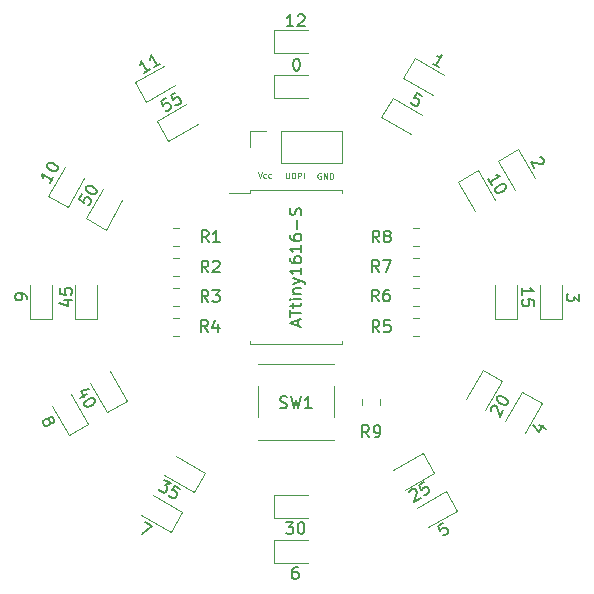
<source format=gbr>
%TF.GenerationSoftware,KiCad,Pcbnew,(6.0.8)*%
%TF.CreationDate,2022-10-14T21:05:54+02:00*%
%TF.ProjectId,Horloge,486f726c-6f67-4652-9e6b-696361645f70,rev?*%
%TF.SameCoordinates,Original*%
%TF.FileFunction,Legend,Top*%
%TF.FilePolarity,Positive*%
%FSLAX46Y46*%
G04 Gerber Fmt 4.6, Leading zero omitted, Abs format (unit mm)*
G04 Created by KiCad (PCBNEW (6.0.8)) date 2022-10-14 21:05:54*
%MOMM*%
%LPD*%
G01*
G04 APERTURE LIST*
%ADD10C,0.125000*%
%ADD11C,0.150000*%
%ADD12C,0.120000*%
G04 APERTURE END LIST*
D10*
X154504106Y-86061432D02*
X154456487Y-86037622D01*
X154385059Y-86037622D01*
X154313630Y-86061432D01*
X154266011Y-86109051D01*
X154242201Y-86156670D01*
X154218392Y-86251908D01*
X154218392Y-86323336D01*
X154242201Y-86418574D01*
X154266011Y-86466193D01*
X154313630Y-86513812D01*
X154385059Y-86537622D01*
X154432678Y-86537622D01*
X154504106Y-86513812D01*
X154527916Y-86490003D01*
X154527916Y-86323336D01*
X154432678Y-86323336D01*
X154742201Y-86537622D02*
X154742201Y-86037622D01*
X155027916Y-86537622D01*
X155027916Y-86037622D01*
X155266011Y-86537622D02*
X155266011Y-86037622D01*
X155385059Y-86037622D01*
X155456487Y-86061432D01*
X155504106Y-86109051D01*
X155527916Y-86156670D01*
X155551725Y-86251908D01*
X155551725Y-86323336D01*
X155527916Y-86418574D01*
X155504106Y-86466193D01*
X155456487Y-86513812D01*
X155385059Y-86537622D01*
X155266011Y-86537622D01*
X151522647Y-86000996D02*
X151522647Y-86405758D01*
X151546456Y-86453377D01*
X151570266Y-86477186D01*
X151617885Y-86500996D01*
X151713123Y-86500996D01*
X151760742Y-86477186D01*
X151784552Y-86453377D01*
X151808361Y-86405758D01*
X151808361Y-86000996D01*
X152046456Y-86500996D02*
X152046456Y-86000996D01*
X152165504Y-86000996D01*
X152236932Y-86024806D01*
X152284552Y-86072425D01*
X152308361Y-86120044D01*
X152332171Y-86215282D01*
X152332171Y-86286710D01*
X152308361Y-86381948D01*
X152284552Y-86429567D01*
X152236932Y-86477186D01*
X152165504Y-86500996D01*
X152046456Y-86500996D01*
X152546456Y-86500996D02*
X152546456Y-86000996D01*
X152736932Y-86000996D01*
X152784552Y-86024806D01*
X152808361Y-86048615D01*
X152832171Y-86096234D01*
X152832171Y-86167663D01*
X152808361Y-86215282D01*
X152784552Y-86239091D01*
X152736932Y-86262901D01*
X152546456Y-86262901D01*
X153046456Y-86500996D02*
X153046456Y-86000996D01*
X149162060Y-85946055D02*
X149328727Y-86446055D01*
X149495394Y-85946055D01*
X149876346Y-86422245D02*
X149828727Y-86446055D01*
X149733489Y-86446055D01*
X149685870Y-86422245D01*
X149662060Y-86398436D01*
X149638251Y-86350817D01*
X149638251Y-86207960D01*
X149662060Y-86160341D01*
X149685870Y-86136531D01*
X149733489Y-86112722D01*
X149828727Y-86112722D01*
X149876346Y-86136531D01*
X150304918Y-86422245D02*
X150257299Y-86446055D01*
X150162060Y-86446055D01*
X150114441Y-86422245D01*
X150090632Y-86398436D01*
X150066822Y-86350817D01*
X150066822Y-86207960D01*
X150090632Y-86160341D01*
X150114441Y-86136531D01*
X150162060Y-86112722D01*
X150257299Y-86112722D01*
X150304918Y-86136531D01*
D11*
%TO.C,20*%
X168896110Y-106174086D02*
X168878680Y-106109037D01*
X168885060Y-106002749D01*
X169004107Y-105796552D01*
X169092966Y-105737883D01*
X169158014Y-105720454D01*
X169264303Y-105726833D01*
X169346781Y-105774452D01*
X169446690Y-105887120D01*
X169655847Y-106667706D01*
X169965371Y-106131595D01*
X169408869Y-105095484D02*
X169456488Y-105013006D01*
X169545347Y-104954337D01*
X169610395Y-104936907D01*
X169716684Y-104943286D01*
X169905450Y-104997285D01*
X170111647Y-105116333D01*
X170252795Y-105252810D01*
X170311464Y-105341669D01*
X170328893Y-105406717D01*
X170322514Y-105513006D01*
X170274895Y-105595484D01*
X170186036Y-105654153D01*
X170120987Y-105671583D01*
X170014699Y-105665203D01*
X169825933Y-105611205D01*
X169619736Y-105492157D01*
X169478588Y-105355680D01*
X169419919Y-105266821D01*
X169402489Y-105201772D01*
X169408869Y-105095484D01*
%TO.C,25*%
X162006847Y-113054998D02*
X162024277Y-112989950D01*
X162082946Y-112901091D01*
X162289143Y-112782044D01*
X162395431Y-112775664D01*
X162460479Y-112793094D01*
X162549338Y-112851763D01*
X162596957Y-112934241D01*
X162627146Y-113081769D01*
X162417989Y-113862355D01*
X162954100Y-113552831D01*
X163237647Y-112234425D02*
X162825254Y-112472520D01*
X163022109Y-112908722D01*
X163039539Y-112843674D01*
X163098208Y-112754815D01*
X163304405Y-112635768D01*
X163410693Y-112629388D01*
X163475742Y-112646818D01*
X163564600Y-112705487D01*
X163683648Y-112911683D01*
X163690028Y-113017971D01*
X163672598Y-113083020D01*
X163613929Y-113171879D01*
X163407732Y-113290926D01*
X163301444Y-113297306D01*
X163236395Y-113279876D01*
%TO.C,R4*%
X144946756Y-99499376D02*
X144613423Y-99023186D01*
X144375327Y-99499376D02*
X144375327Y-98499376D01*
X144756280Y-98499376D01*
X144851518Y-98546996D01*
X144899137Y-98594615D01*
X144946756Y-98689853D01*
X144946756Y-98832710D01*
X144899137Y-98927948D01*
X144851518Y-98975567D01*
X144756280Y-99023186D01*
X144375327Y-99023186D01*
X145803899Y-98832710D02*
X145803899Y-99499376D01*
X145565803Y-98451757D02*
X145327708Y-99166043D01*
X145946756Y-99166043D01*
%TO.C,1*%
X164509722Y-77077018D02*
X164014850Y-76791304D01*
X164262286Y-76934161D02*
X164762286Y-76068135D01*
X164608379Y-76144234D01*
X164478281Y-76179094D01*
X164371993Y-76172714D01*
%TO.C,55*%
X141364641Y-79699407D02*
X140952248Y-79937502D01*
X141149104Y-80373705D01*
X141166534Y-80308656D01*
X141225203Y-80219798D01*
X141431400Y-80100750D01*
X141537688Y-80094370D01*
X141602737Y-80111800D01*
X141691595Y-80170469D01*
X141810643Y-80376666D01*
X141817022Y-80482954D01*
X141799593Y-80548003D01*
X141740924Y-80636861D01*
X141534727Y-80755909D01*
X141428439Y-80762288D01*
X141363390Y-80744859D01*
X142189428Y-79223217D02*
X141777035Y-79461312D01*
X141973890Y-79897514D01*
X141991320Y-79832466D01*
X142049989Y-79743607D01*
X142256186Y-79624560D01*
X142362474Y-79618180D01*
X142427523Y-79635610D01*
X142516381Y-79694279D01*
X142635429Y-79900475D01*
X142641809Y-80006763D01*
X142624379Y-80071812D01*
X142565710Y-80160671D01*
X142359513Y-80279718D01*
X142253225Y-80286098D01*
X142188176Y-80268668D01*
%TO.C,0*%
X152399516Y-76364626D02*
X152494755Y-76364626D01*
X152589993Y-76412246D01*
X152637612Y-76459865D01*
X152685231Y-76555103D01*
X152732850Y-76745579D01*
X152732850Y-76983674D01*
X152685231Y-77174150D01*
X152637612Y-77269388D01*
X152589993Y-77317007D01*
X152494755Y-77364626D01*
X152399516Y-77364626D01*
X152304278Y-77317007D01*
X152256659Y-77269388D01*
X152209040Y-77174150D01*
X152161421Y-76983674D01*
X152161421Y-76745579D01*
X152209040Y-76555103D01*
X152256659Y-76459865D01*
X152304278Y-76412246D01*
X152399516Y-76364626D01*
%TO.C,U1*%
X152566666Y-98956190D02*
X152566666Y-98480000D01*
X152852380Y-99051428D02*
X151852380Y-98718095D01*
X152852380Y-98384761D01*
X151852380Y-98194285D02*
X151852380Y-97622857D01*
X152852380Y-97908571D02*
X151852380Y-97908571D01*
X152185714Y-97432380D02*
X152185714Y-97051428D01*
X151852380Y-97289523D02*
X152709523Y-97289523D01*
X152804761Y-97241904D01*
X152852380Y-97146666D01*
X152852380Y-97051428D01*
X152852380Y-96718095D02*
X152185714Y-96718095D01*
X151852380Y-96718095D02*
X151900000Y-96765714D01*
X151947619Y-96718095D01*
X151900000Y-96670476D01*
X151852380Y-96718095D01*
X151947619Y-96718095D01*
X152185714Y-96241904D02*
X152852380Y-96241904D01*
X152280952Y-96241904D02*
X152233333Y-96194285D01*
X152185714Y-96099047D01*
X152185714Y-95956190D01*
X152233333Y-95860952D01*
X152328571Y-95813333D01*
X152852380Y-95813333D01*
X152185714Y-95432380D02*
X152852380Y-95194285D01*
X152185714Y-94956190D02*
X152852380Y-95194285D01*
X153090476Y-95289523D01*
X153138095Y-95337142D01*
X153185714Y-95432380D01*
X152852380Y-94051428D02*
X152852380Y-94622857D01*
X152852380Y-94337142D02*
X151852380Y-94337142D01*
X151995238Y-94432380D01*
X152090476Y-94527619D01*
X152138095Y-94622857D01*
X151852380Y-93194285D02*
X151852380Y-93384761D01*
X151900000Y-93480000D01*
X151947619Y-93527619D01*
X152090476Y-93622857D01*
X152280952Y-93670476D01*
X152661904Y-93670476D01*
X152757142Y-93622857D01*
X152804761Y-93575238D01*
X152852380Y-93480000D01*
X152852380Y-93289523D01*
X152804761Y-93194285D01*
X152757142Y-93146666D01*
X152661904Y-93099047D01*
X152423809Y-93099047D01*
X152328571Y-93146666D01*
X152280952Y-93194285D01*
X152233333Y-93289523D01*
X152233333Y-93480000D01*
X152280952Y-93575238D01*
X152328571Y-93622857D01*
X152423809Y-93670476D01*
X152852380Y-92146666D02*
X152852380Y-92718095D01*
X152852380Y-92432380D02*
X151852380Y-92432380D01*
X151995238Y-92527619D01*
X152090476Y-92622857D01*
X152138095Y-92718095D01*
X151852380Y-91289523D02*
X151852380Y-91480000D01*
X151900000Y-91575238D01*
X151947619Y-91622857D01*
X152090476Y-91718095D01*
X152280952Y-91765714D01*
X152661904Y-91765714D01*
X152757142Y-91718095D01*
X152804761Y-91670476D01*
X152852380Y-91575238D01*
X152852380Y-91384761D01*
X152804761Y-91289523D01*
X152757142Y-91241904D01*
X152661904Y-91194285D01*
X152423809Y-91194285D01*
X152328571Y-91241904D01*
X152280952Y-91289523D01*
X152233333Y-91384761D01*
X152233333Y-91575238D01*
X152280952Y-91670476D01*
X152328571Y-91718095D01*
X152423809Y-91765714D01*
X152471428Y-90765714D02*
X152471428Y-90003809D01*
X152804761Y-89575238D02*
X152852380Y-89432380D01*
X152852380Y-89194285D01*
X152804761Y-89099047D01*
X152757142Y-89051428D01*
X152661904Y-89003809D01*
X152566666Y-89003809D01*
X152471428Y-89051428D01*
X152423809Y-89099047D01*
X152376190Y-89194285D01*
X152328571Y-89384761D01*
X152280952Y-89480000D01*
X152233333Y-89527619D01*
X152138095Y-89575238D01*
X152042857Y-89575238D01*
X151947619Y-89527619D01*
X151900000Y-89480000D01*
X151852380Y-89384761D01*
X151852380Y-89146666D01*
X151900000Y-89003809D01*
%TO.C,50*%
X134273931Y-87843461D02*
X134035836Y-88255854D01*
X134424419Y-88535188D01*
X134406989Y-88470139D01*
X134413369Y-88363851D01*
X134532417Y-88157655D01*
X134621275Y-88098986D01*
X134686324Y-88081556D01*
X134792612Y-88087935D01*
X134998809Y-88206983D01*
X135057478Y-88295841D01*
X135074907Y-88360890D01*
X135068528Y-88467178D01*
X134949480Y-88673375D01*
X134860622Y-88732044D01*
X134795573Y-88749474D01*
X134607264Y-87266110D02*
X134654883Y-87183632D01*
X134743742Y-87124963D01*
X134808790Y-87107533D01*
X134915079Y-87113912D01*
X135103845Y-87167911D01*
X135310042Y-87286959D01*
X135451190Y-87423436D01*
X135509859Y-87512295D01*
X135527288Y-87577343D01*
X135520909Y-87683632D01*
X135473290Y-87766110D01*
X135384431Y-87824779D01*
X135319382Y-87842209D01*
X135213094Y-87835829D01*
X135024328Y-87781831D01*
X134818131Y-87662783D01*
X134676983Y-87526306D01*
X134618314Y-87437447D01*
X134600884Y-87372398D01*
X134607264Y-87266110D01*
%TO.C,R2*%
X144977308Y-94454473D02*
X144643975Y-93978283D01*
X144405879Y-94454473D02*
X144405879Y-93454473D01*
X144786832Y-93454473D01*
X144882070Y-93502093D01*
X144929689Y-93549712D01*
X144977308Y-93644950D01*
X144977308Y-93787807D01*
X144929689Y-93883045D01*
X144882070Y-93930664D01*
X144786832Y-93978283D01*
X144405879Y-93978283D01*
X145358260Y-93549712D02*
X145405879Y-93502093D01*
X145501117Y-93454473D01*
X145739213Y-93454473D01*
X145834451Y-93502093D01*
X145882070Y-93549712D01*
X145929689Y-93644950D01*
X145929689Y-93740188D01*
X145882070Y-93883045D01*
X145310641Y-94454473D01*
X145929689Y-94454473D01*
%TO.C,5*%
X164821418Y-115659057D02*
X164409024Y-115897152D01*
X164605880Y-116333355D01*
X164623310Y-116268306D01*
X164681979Y-116179448D01*
X164888176Y-116060400D01*
X164994464Y-116054020D01*
X165059513Y-116071450D01*
X165148371Y-116130119D01*
X165267419Y-116336316D01*
X165273798Y-116442604D01*
X165256369Y-116507652D01*
X165197700Y-116596511D01*
X164991503Y-116715558D01*
X164885215Y-116721938D01*
X164820166Y-116704508D01*
%TO.C,35*%
X141258655Y-112003672D02*
X141794766Y-112313195D01*
X141315614Y-112476443D01*
X141439332Y-112547872D01*
X141498001Y-112636730D01*
X141515431Y-112701779D01*
X141509052Y-112808067D01*
X141390004Y-113014264D01*
X141301146Y-113072933D01*
X141236097Y-113090362D01*
X141129809Y-113083983D01*
X140882373Y-112941126D01*
X140823704Y-112852267D01*
X140806274Y-112787218D01*
X142578313Y-112765576D02*
X142165920Y-112527481D01*
X141886585Y-112916065D01*
X141951634Y-112898635D01*
X142057922Y-112905015D01*
X142264118Y-113024062D01*
X142322788Y-113112921D01*
X142340217Y-113177969D01*
X142333838Y-113284258D01*
X142214790Y-113490454D01*
X142125932Y-113549123D01*
X142060883Y-113566553D01*
X141954595Y-113560173D01*
X141748398Y-113441126D01*
X141689729Y-113352267D01*
X141672299Y-113287218D01*
%TO.C,R6*%
X159406789Y-96902185D02*
X159073456Y-96425995D01*
X158835360Y-96902185D02*
X158835360Y-95902185D01*
X159216313Y-95902185D01*
X159311551Y-95949805D01*
X159359170Y-95997424D01*
X159406789Y-96092662D01*
X159406789Y-96235519D01*
X159359170Y-96330757D01*
X159311551Y-96378376D01*
X159216313Y-96425995D01*
X158835360Y-96425995D01*
X160263932Y-95902185D02*
X160073456Y-95902185D01*
X159978217Y-95949805D01*
X159930598Y-95997424D01*
X159835360Y-96140281D01*
X159787741Y-96330757D01*
X159787741Y-96711709D01*
X159835360Y-96806947D01*
X159882979Y-96854566D01*
X159978217Y-96902185D01*
X160168694Y-96902185D01*
X160263932Y-96854566D01*
X160311551Y-96806947D01*
X160359170Y-96711709D01*
X160359170Y-96473614D01*
X160311551Y-96378376D01*
X160263932Y-96330757D01*
X160168694Y-96283138D01*
X159978217Y-96283138D01*
X159882979Y-96330757D01*
X159835360Y-96378376D01*
X159787741Y-96473614D01*
%TO.C,45*%
X132755714Y-96805714D02*
X133422380Y-96805714D01*
X132374761Y-97043809D02*
X133089047Y-97281904D01*
X133089047Y-96662857D01*
X132422380Y-95805714D02*
X132422380Y-96281904D01*
X132898571Y-96329523D01*
X132850952Y-96281904D01*
X132803333Y-96186666D01*
X132803333Y-95948571D01*
X132850952Y-95853333D01*
X132898571Y-95805714D01*
X132993809Y-95758095D01*
X133231904Y-95758095D01*
X133327142Y-95805714D01*
X133374761Y-95853333D01*
X133422380Y-95948571D01*
X133422380Y-96186666D01*
X133374761Y-96281904D01*
X133327142Y-96329523D01*
%TO.C,40*%
X134690189Y-104713032D02*
X134112839Y-105046365D01*
X134901056Y-104316359D02*
X134163419Y-104467305D01*
X134472943Y-105003416D01*
X135336007Y-105164955D02*
X135383626Y-105247433D01*
X135390006Y-105353721D01*
X135372576Y-105418770D01*
X135313907Y-105507629D01*
X135172759Y-105644106D01*
X134966563Y-105763154D01*
X134777796Y-105817152D01*
X134671508Y-105823532D01*
X134606459Y-105806102D01*
X134517601Y-105747433D01*
X134469982Y-105664955D01*
X134463602Y-105558667D01*
X134481032Y-105493618D01*
X134539701Y-105404759D01*
X134680849Y-105268282D01*
X134887045Y-105149234D01*
X135075812Y-105095236D01*
X135182100Y-105088856D01*
X135247149Y-105106286D01*
X135336007Y-105164955D01*
%TO.C,8*%
X131461471Y-106958399D02*
X131455091Y-106852111D01*
X131472521Y-106787062D01*
X131531190Y-106698204D01*
X131572429Y-106674394D01*
X131678717Y-106668014D01*
X131743766Y-106685444D01*
X131832624Y-106744113D01*
X131927863Y-106909071D01*
X131934242Y-107015359D01*
X131916813Y-107080408D01*
X131858143Y-107169266D01*
X131816904Y-107193075D01*
X131710616Y-107199455D01*
X131645567Y-107182025D01*
X131556709Y-107123356D01*
X131461471Y-106958399D01*
X131372612Y-106899730D01*
X131307564Y-106882300D01*
X131201275Y-106888680D01*
X131036318Y-106983918D01*
X130977649Y-107072776D01*
X130960219Y-107137825D01*
X130966599Y-107244113D01*
X131061837Y-107409071D01*
X131150696Y-107467740D01*
X131215744Y-107485169D01*
X131322032Y-107478790D01*
X131486990Y-107383552D01*
X131545659Y-107294693D01*
X131563089Y-107229644D01*
X131556709Y-107123356D01*
%TO.C,R3*%
X144981853Y-96954831D02*
X144648520Y-96478641D01*
X144410424Y-96954831D02*
X144410424Y-95954831D01*
X144791377Y-95954831D01*
X144886615Y-96002451D01*
X144934234Y-96050070D01*
X144981853Y-96145308D01*
X144981853Y-96288165D01*
X144934234Y-96383403D01*
X144886615Y-96431022D01*
X144791377Y-96478641D01*
X144410424Y-96478641D01*
X145315186Y-95954831D02*
X145934234Y-95954831D01*
X145600900Y-96335784D01*
X145743758Y-96335784D01*
X145838996Y-96383403D01*
X145886615Y-96431022D01*
X145934234Y-96526260D01*
X145934234Y-96764355D01*
X145886615Y-96859593D01*
X145838996Y-96907212D01*
X145743758Y-96954831D01*
X145458043Y-96954831D01*
X145362805Y-96907212D01*
X145315186Y-96859593D01*
%TO.C,11*%
X140037911Y-77245206D02*
X139543039Y-77530920D01*
X139790475Y-77388063D02*
X139290475Y-76522038D01*
X139279425Y-76693375D01*
X139244565Y-76823472D01*
X139185896Y-76912331D01*
X140862697Y-76769016D02*
X140367825Y-77054730D01*
X140615261Y-76911873D02*
X140115261Y-76045847D01*
X140104211Y-76217184D01*
X140069351Y-76347282D01*
X140010682Y-76436140D01*
%TO.C,7*%
X139656570Y-115611438D02*
X140233920Y-115944771D01*
X139362766Y-116596511D01*
%TO.C,R9*%
X158583333Y-108402380D02*
X158250000Y-107926190D01*
X158011904Y-108402380D02*
X158011904Y-107402380D01*
X158392857Y-107402380D01*
X158488095Y-107450000D01*
X158535714Y-107497619D01*
X158583333Y-107592857D01*
X158583333Y-107735714D01*
X158535714Y-107830952D01*
X158488095Y-107878571D01*
X158392857Y-107926190D01*
X158011904Y-107926190D01*
X159059523Y-108402380D02*
X159250000Y-108402380D01*
X159345238Y-108354761D01*
X159392857Y-108307142D01*
X159488095Y-108164285D01*
X159535714Y-107973809D01*
X159535714Y-107592857D01*
X159488095Y-107497619D01*
X159440476Y-107450000D01*
X159345238Y-107402380D01*
X159154761Y-107402380D01*
X159059523Y-107450000D01*
X159011904Y-107497619D01*
X158964285Y-107592857D01*
X158964285Y-107830952D01*
X159011904Y-107926190D01*
X159059523Y-107973809D01*
X159154761Y-108021428D01*
X159345238Y-108021428D01*
X159440476Y-107973809D01*
X159488095Y-107926190D01*
X159535714Y-107830952D01*
%TO.C,R5*%
X159459435Y-99516924D02*
X159126102Y-99040734D01*
X158888006Y-99516924D02*
X158888006Y-98516924D01*
X159268959Y-98516924D01*
X159364197Y-98564544D01*
X159411816Y-98612163D01*
X159459435Y-98707401D01*
X159459435Y-98850258D01*
X159411816Y-98945496D01*
X159364197Y-98993115D01*
X159268959Y-99040734D01*
X158888006Y-99040734D01*
X160364197Y-98516924D02*
X159888006Y-98516924D01*
X159840387Y-98993115D01*
X159888006Y-98945496D01*
X159983244Y-98897877D01*
X160221340Y-98897877D01*
X160316578Y-98945496D01*
X160364197Y-98993115D01*
X160411816Y-99088353D01*
X160411816Y-99326448D01*
X160364197Y-99421686D01*
X160316578Y-99469305D01*
X160221340Y-99516924D01*
X159983244Y-99516924D01*
X159888006Y-99469305D01*
X159840387Y-99421686D01*
%TO.C,3*%
X176340425Y-96248526D02*
X176340425Y-96867574D01*
X175959472Y-96534240D01*
X175959472Y-96677098D01*
X175911853Y-96772336D01*
X175864234Y-96819955D01*
X175768996Y-96867574D01*
X175530901Y-96867574D01*
X175435663Y-96819955D01*
X175388044Y-96772336D01*
X175340425Y-96677098D01*
X175340425Y-96391383D01*
X175388044Y-96296145D01*
X175435663Y-96248526D01*
%TO.C,10*%
X131867348Y-86351841D02*
X131581634Y-86846713D01*
X131724491Y-86599277D02*
X130858465Y-86099277D01*
X130934564Y-86253184D01*
X130969424Y-86383282D01*
X130963044Y-86489570D01*
X131310846Y-85315730D02*
X131358465Y-85233252D01*
X131447324Y-85174583D01*
X131512372Y-85157153D01*
X131618661Y-85163532D01*
X131807427Y-85217531D01*
X132013624Y-85336579D01*
X132154772Y-85473056D01*
X132213441Y-85561915D01*
X132230870Y-85626963D01*
X132224491Y-85733252D01*
X132176872Y-85815730D01*
X132088013Y-85874399D01*
X132022964Y-85891829D01*
X131916676Y-85885449D01*
X131727910Y-85831451D01*
X131521713Y-85712403D01*
X131380565Y-85575926D01*
X131321896Y-85487067D01*
X131304466Y-85422018D01*
X131310846Y-85315730D01*
%TO.C,30*%
X151546289Y-115595633D02*
X152165336Y-115595633D01*
X151832003Y-115976586D01*
X151974860Y-115976586D01*
X152070098Y-116024205D01*
X152117717Y-116071824D01*
X152165336Y-116167062D01*
X152165336Y-116405157D01*
X152117717Y-116500395D01*
X152070098Y-116548014D01*
X151974860Y-116595633D01*
X151689146Y-116595633D01*
X151593908Y-116548014D01*
X151546289Y-116500395D01*
X152784384Y-115595633D02*
X152879622Y-115595633D01*
X152974860Y-115643253D01*
X153022479Y-115690872D01*
X153070098Y-115786110D01*
X153117717Y-115976586D01*
X153117717Y-116214681D01*
X153070098Y-116405157D01*
X153022479Y-116500395D01*
X152974860Y-116548014D01*
X152879622Y-116595633D01*
X152784384Y-116595633D01*
X152689146Y-116548014D01*
X152641527Y-116500395D01*
X152593908Y-116405157D01*
X152546289Y-116214681D01*
X152546289Y-115976586D01*
X152593908Y-115786110D01*
X152641527Y-115690872D01*
X152689146Y-115643253D01*
X152784384Y-115595633D01*
%TO.C,R8*%
X159459435Y-91918387D02*
X159126102Y-91442197D01*
X158888006Y-91918387D02*
X158888006Y-90918387D01*
X159268959Y-90918387D01*
X159364197Y-90966007D01*
X159411816Y-91013626D01*
X159459435Y-91108864D01*
X159459435Y-91251721D01*
X159411816Y-91346959D01*
X159364197Y-91394578D01*
X159268959Y-91442197D01*
X158888006Y-91442197D01*
X160030863Y-91346959D02*
X159935625Y-91299340D01*
X159888006Y-91251721D01*
X159840387Y-91156483D01*
X159840387Y-91108864D01*
X159888006Y-91013626D01*
X159935625Y-90966007D01*
X160030863Y-90918387D01*
X160221340Y-90918387D01*
X160316578Y-90966007D01*
X160364197Y-91013626D01*
X160411816Y-91108864D01*
X160411816Y-91156483D01*
X160364197Y-91251721D01*
X160316578Y-91299340D01*
X160221340Y-91346959D01*
X160030863Y-91346959D01*
X159935625Y-91394578D01*
X159888006Y-91442197D01*
X159840387Y-91537435D01*
X159840387Y-91727911D01*
X159888006Y-91823149D01*
X159935625Y-91870768D01*
X160030863Y-91918387D01*
X160221340Y-91918387D01*
X160316578Y-91870768D01*
X160364197Y-91823149D01*
X160411816Y-91727911D01*
X160411816Y-91537435D01*
X160364197Y-91442197D01*
X160316578Y-91394578D01*
X160221340Y-91346959D01*
%TO.C,12*%
X152174248Y-73614951D02*
X151602820Y-73614951D01*
X151888534Y-73614951D02*
X151888534Y-72614951D01*
X151793296Y-72757809D01*
X151698058Y-72853047D01*
X151602820Y-72900666D01*
X152555201Y-72710190D02*
X152602820Y-72662571D01*
X152698058Y-72614951D01*
X152936153Y-72614951D01*
X153031391Y-72662571D01*
X153079010Y-72710190D01*
X153126629Y-72805428D01*
X153126629Y-72900666D01*
X153079010Y-73043523D01*
X152507582Y-73614951D01*
X153126629Y-73614951D01*
%TO.C,6*%
X152530540Y-119407029D02*
X152340064Y-119407029D01*
X152244825Y-119454649D01*
X152197206Y-119502268D01*
X152101968Y-119645125D01*
X152054349Y-119835601D01*
X152054349Y-120216553D01*
X152101968Y-120311791D01*
X152149587Y-120359410D01*
X152244825Y-120407029D01*
X152435302Y-120407029D01*
X152530540Y-120359410D01*
X152578159Y-120311791D01*
X152625778Y-120216553D01*
X152625778Y-119978458D01*
X152578159Y-119883220D01*
X152530540Y-119835601D01*
X152435302Y-119787982D01*
X152244825Y-119787982D01*
X152149587Y-119835601D01*
X152101968Y-119883220D01*
X152054349Y-119978458D01*
%TO.C,4*%
X172948168Y-107354630D02*
X173525518Y-107687964D01*
X172499206Y-107370351D02*
X172998748Y-107933690D01*
X173308271Y-107397579D01*
%TO.C,2*%
X173088317Y-84694387D02*
X173153366Y-84711817D01*
X173242224Y-84770486D01*
X173361272Y-84976683D01*
X173367651Y-85082971D01*
X173350222Y-85148020D01*
X173291552Y-85236878D01*
X173209074Y-85284497D01*
X173061546Y-85314686D01*
X172280960Y-85105529D01*
X172590484Y-85641640D01*
%TO.C,5*%
X163063886Y-79538541D02*
X162651492Y-79300446D01*
X162372158Y-79689029D01*
X162437207Y-79671600D01*
X162543495Y-79677979D01*
X162749691Y-79797027D01*
X162808361Y-79885885D01*
X162825790Y-79950934D01*
X162819411Y-80057222D01*
X162700363Y-80263419D01*
X162611505Y-80322088D01*
X162546456Y-80339518D01*
X162440168Y-80333138D01*
X162233971Y-80214090D01*
X162175302Y-80125232D01*
X162157872Y-80060183D01*
%TO.C,R7*%
X159441886Y-94410286D02*
X159108553Y-93934096D01*
X158870457Y-94410286D02*
X158870457Y-93410286D01*
X159251410Y-93410286D01*
X159346648Y-93457906D01*
X159394267Y-93505525D01*
X159441886Y-93600763D01*
X159441886Y-93743620D01*
X159394267Y-93838858D01*
X159346648Y-93886477D01*
X159251410Y-93934096D01*
X158870457Y-93934096D01*
X159775219Y-93410286D02*
X160441886Y-93410286D01*
X160013314Y-94410286D01*
%TO.C,10*%
X168964404Y-87023963D02*
X168678690Y-86529091D01*
X168821547Y-86776527D02*
X169687572Y-86276527D01*
X169516235Y-86265477D01*
X169386138Y-86230617D01*
X169297279Y-86171948D01*
X170139953Y-87060074D02*
X170187572Y-87142552D01*
X170193952Y-87248840D01*
X170176522Y-87313889D01*
X170117853Y-87402748D01*
X169976705Y-87539225D01*
X169770509Y-87658273D01*
X169581742Y-87712271D01*
X169475454Y-87718651D01*
X169410405Y-87701221D01*
X169321547Y-87642552D01*
X169273928Y-87560074D01*
X169267548Y-87453786D01*
X169284978Y-87388737D01*
X169343647Y-87299878D01*
X169484795Y-87163401D01*
X169690991Y-87044353D01*
X169879758Y-86990355D01*
X169986046Y-86983975D01*
X170051095Y-87001405D01*
X170139953Y-87060074D01*
%TO.C,9*%
X129612380Y-96710476D02*
X129612380Y-96520000D01*
X129564761Y-96424761D01*
X129517142Y-96377142D01*
X129374285Y-96281904D01*
X129183809Y-96234285D01*
X128802857Y-96234285D01*
X128707619Y-96281904D01*
X128660000Y-96329523D01*
X128612380Y-96424761D01*
X128612380Y-96615238D01*
X128660000Y-96710476D01*
X128707619Y-96758095D01*
X128802857Y-96805714D01*
X129040952Y-96805714D01*
X129136190Y-96758095D01*
X129183809Y-96710476D01*
X129231428Y-96615238D01*
X129231428Y-96424761D01*
X129183809Y-96329523D01*
X129136190Y-96281904D01*
X129040952Y-96234285D01*
%TO.C,15*%
X171538671Y-96355016D02*
X171538671Y-95783588D01*
X171538671Y-96069302D02*
X172538671Y-96069302D01*
X172395813Y-95974064D01*
X172300575Y-95878826D01*
X172252956Y-95783588D01*
X172538671Y-97259778D02*
X172538671Y-96783588D01*
X172062480Y-96735969D01*
X172110099Y-96783588D01*
X172157718Y-96878826D01*
X172157718Y-97116921D01*
X172110099Y-97212159D01*
X172062480Y-97259778D01*
X171967242Y-97307397D01*
X171729147Y-97307397D01*
X171633909Y-97259778D01*
X171586290Y-97212159D01*
X171538671Y-97116921D01*
X171538671Y-96878826D01*
X171586290Y-96783588D01*
X171633909Y-96735969D01*
%TO.C,SW1*%
X151066666Y-105904533D02*
X151209523Y-105952152D01*
X151447619Y-105952152D01*
X151542857Y-105904533D01*
X151590476Y-105856914D01*
X151638095Y-105761676D01*
X151638095Y-105666438D01*
X151590476Y-105571200D01*
X151542857Y-105523581D01*
X151447619Y-105475962D01*
X151257142Y-105428343D01*
X151161904Y-105380724D01*
X151114285Y-105333105D01*
X151066666Y-105237867D01*
X151066666Y-105142629D01*
X151114285Y-105047391D01*
X151161904Y-104999772D01*
X151257142Y-104952152D01*
X151495238Y-104952152D01*
X151638095Y-104999772D01*
X151971428Y-104952152D02*
X152209523Y-105952152D01*
X152400000Y-105237867D01*
X152590476Y-105952152D01*
X152828571Y-104952152D01*
X153733333Y-105952152D02*
X153161904Y-105952152D01*
X153447619Y-105952152D02*
X153447619Y-104952152D01*
X153352380Y-105095010D01*
X153257142Y-105190248D01*
X153161904Y-105237867D01*
%TO.C,R1*%
X144994857Y-91892379D02*
X144661524Y-91416189D01*
X144423428Y-91892379D02*
X144423428Y-90892379D01*
X144804381Y-90892379D01*
X144899619Y-90939999D01*
X144947238Y-90987618D01*
X144994857Y-91082856D01*
X144994857Y-91225713D01*
X144947238Y-91320951D01*
X144899619Y-91368570D01*
X144804381Y-91416189D01*
X144423428Y-91416189D01*
X145947238Y-91892379D02*
X145375809Y-91892379D01*
X145661524Y-91892379D02*
X145661524Y-90892379D01*
X145566285Y-91035237D01*
X145471047Y-91130475D01*
X145375809Y-91178094D01*
D12*
%TO.C,20*%
X168438041Y-106124231D02*
X169868041Y-103647399D01*
X169868041Y-103647399D02*
X168205273Y-102687399D01*
X168205273Y-102687399D02*
X166775273Y-105164231D01*
%TO.C,25*%
X163130557Y-109767177D02*
X160653725Y-111197177D01*
X164090557Y-111429945D02*
X163130557Y-109767177D01*
X161613725Y-112859945D02*
X164090557Y-111429945D01*
%TO.C,R4*%
X142012936Y-99795000D02*
X142467064Y-99795000D01*
X142012936Y-98325000D02*
X142467064Y-98325000D01*
%TO.C,1*%
X162449773Y-76319257D02*
X161489773Y-77982025D01*
X164926605Y-77749257D02*
X162449773Y-76319257D01*
X161489773Y-77982025D02*
X163966605Y-79412025D01*
%TO.C,55*%
X141600553Y-83287064D02*
X144077385Y-81857064D01*
X143117385Y-80194296D02*
X140640553Y-81624296D01*
X140640553Y-81624296D02*
X141600553Y-83287064D01*
%TO.C,0*%
X150540000Y-79700000D02*
X153400000Y-79700000D01*
X153400000Y-77780000D02*
X150540000Y-77780000D01*
X150540000Y-77780000D02*
X150540000Y-79700000D01*
%TO.C,U1*%
X152400000Y-100490000D02*
X148540000Y-100490000D01*
X148540000Y-87470000D02*
X148540000Y-87705000D01*
X148540000Y-87705000D02*
X146725000Y-87705000D01*
X156260000Y-100490000D02*
X156260000Y-100255000D01*
X152400000Y-87470000D02*
X148540000Y-87470000D01*
X152400000Y-100490000D02*
X156260000Y-100490000D01*
X156260000Y-87470000D02*
X156260000Y-87705000D01*
X148540000Y-100490000D02*
X148540000Y-100255000D01*
X152400000Y-87470000D02*
X156260000Y-87470000D01*
%TO.C,50*%
X134617037Y-89870765D02*
X136279805Y-90830765D01*
X136047037Y-87393933D02*
X134617037Y-89870765D01*
X136279805Y-90830765D02*
X137709805Y-88353933D01*
%TO.C,R2*%
X142012936Y-94715000D02*
X142467064Y-94715000D01*
X142012936Y-93245000D02*
X142467064Y-93245000D01*
%TO.C,5*%
X166047566Y-114614970D02*
X165087566Y-112952202D01*
X163570734Y-116044970D02*
X166047566Y-114614970D01*
X165087566Y-112952202D02*
X162610734Y-114382202D01*
%TO.C,35*%
X144697377Y-111412754D02*
X142220545Y-109982754D01*
X141260545Y-111645522D02*
X143737377Y-113075522D01*
X143737377Y-113075522D02*
X144697377Y-111412754D01*
%TO.C,R6*%
X162787064Y-95785000D02*
X162332936Y-95785000D01*
X162787064Y-97255000D02*
X162332936Y-97255000D01*
%TO.C,45*%
X133660000Y-95520000D02*
X133660000Y-98380000D01*
X135580000Y-98380000D02*
X135580000Y-95520000D01*
X133660000Y-98380000D02*
X135580000Y-98380000D01*
%TO.C,40*%
X136431245Y-106261359D02*
X138094013Y-105301359D01*
X135001245Y-103784527D02*
X136431245Y-106261359D01*
X138094013Y-105301359D02*
X136664013Y-102824527D01*
%TO.C,8*%
X131720942Y-105742814D02*
X133150942Y-108219646D01*
X134813710Y-107259646D02*
X133383710Y-104782814D01*
X133150942Y-108219646D02*
X134813710Y-107259646D01*
%TO.C,R3*%
X142012936Y-95785000D02*
X142467064Y-95785000D01*
X142012936Y-97255000D02*
X142467064Y-97255000D01*
%TO.C,11*%
X138758164Y-78373859D02*
X139718164Y-80036627D01*
X139718164Y-80036627D02*
X142194996Y-78606627D01*
X141234996Y-76943859D02*
X138758164Y-78373859D01*
%TO.C,7*%
X142740254Y-114752063D02*
X140263422Y-113322063D01*
X139303422Y-114984831D02*
X141780254Y-116414831D01*
X141780254Y-116414831D02*
X142740254Y-114752063D01*
%TO.C,R9*%
X159485000Y-105182936D02*
X159485000Y-105637064D01*
X158015000Y-105182936D02*
X158015000Y-105637064D01*
%TO.C,R5*%
X162787064Y-99795000D02*
X162332936Y-99795000D01*
X162787064Y-98325000D02*
X162332936Y-98325000D01*
%TO.C,3*%
X173030000Y-98380000D02*
X174950000Y-98380000D01*
X174950000Y-98380000D02*
X174950000Y-95520000D01*
X173030000Y-95520000D02*
X173030000Y-98380000D01*
%TO.C,10*%
X133063735Y-88946463D02*
X134493735Y-86469631D01*
X132830967Y-85509631D02*
X131400967Y-87986463D01*
X131400967Y-87986463D02*
X133063735Y-88946463D01*
%TO.C,30*%
X153400000Y-113340000D02*
X150540000Y-113340000D01*
X150540000Y-113340000D02*
X150540000Y-115260000D01*
X150540000Y-115260000D02*
X153400000Y-115260000D01*
%TO.C,R8*%
X162787064Y-90705000D02*
X162332936Y-90705000D01*
X162787064Y-92175000D02*
X162332936Y-92175000D01*
%TO.C,J1*%
X151130000Y-85150000D02*
X151130000Y-82490000D01*
X151130000Y-85150000D02*
X156270000Y-85150000D01*
X148530000Y-82490000D02*
X149860000Y-82490000D01*
X151130000Y-82490000D02*
X156270000Y-82490000D01*
X148530000Y-83820000D02*
X148530000Y-82490000D01*
X156270000Y-85150000D02*
X156270000Y-82490000D01*
%TO.C,12*%
X150540000Y-75890000D02*
X153400000Y-75890000D01*
X153400000Y-73970000D02*
X150540000Y-73970000D01*
X150540000Y-73970000D02*
X150540000Y-75890000D01*
%TO.C,6*%
X150540000Y-117150000D02*
X150540000Y-119070000D01*
X150540000Y-119070000D02*
X153400000Y-119070000D01*
X153400000Y-117150000D02*
X150540000Y-117150000D01*
%TO.C,4*%
X173211384Y-105549193D02*
X171548616Y-104589193D01*
X171548616Y-104589193D02*
X170118616Y-107066025D01*
X171781384Y-108026025D02*
X173211384Y-105549193D01*
%TO.C,2*%
X171202971Y-84022708D02*
X169540203Y-84982708D01*
X169540203Y-84982708D02*
X170970203Y-87459540D01*
X172632971Y-86499540D02*
X171202971Y-84022708D01*
%TO.C,5*%
X160588165Y-79653807D02*
X159628165Y-81316575D01*
X159628165Y-81316575D02*
X162104997Y-82746575D01*
X163064997Y-81083807D02*
X160588165Y-79653807D01*
%TO.C,R7*%
X162787064Y-93245000D02*
X162332936Y-93245000D01*
X162787064Y-94715000D02*
X162332936Y-94715000D01*
%TO.C,10*%
X169239157Y-88294192D02*
X167809157Y-85817360D01*
X166146389Y-86777360D02*
X167576389Y-89254192D01*
X167809157Y-85817360D02*
X166146389Y-86777360D01*
%TO.C,9*%
X129850000Y-95520000D02*
X129850000Y-98380000D01*
X131770000Y-98380000D02*
X131770000Y-95520000D01*
X129850000Y-98380000D02*
X131770000Y-98380000D01*
%TO.C,15*%
X169220000Y-98380000D02*
X171140000Y-98380000D01*
X171140000Y-98380000D02*
X171140000Y-95520000D01*
X169220000Y-95520000D02*
X169220000Y-98380000D01*
%TO.C,SW1*%
X155630000Y-108640000D02*
X155630000Y-108610000D01*
X155630000Y-104110000D02*
X155630000Y-106710000D01*
X155630000Y-102180000D02*
X155630000Y-102210000D01*
X149170000Y-108640000D02*
X155630000Y-108640000D01*
X149170000Y-102180000D02*
X155630000Y-102180000D01*
X149170000Y-102210000D02*
X149170000Y-102180000D01*
X149170000Y-108640000D02*
X149170000Y-108610000D01*
X149170000Y-104110000D02*
X149170000Y-106710000D01*
%TO.C,R1*%
X142012936Y-92175000D02*
X142467064Y-92175000D01*
X142012936Y-90705000D02*
X142467064Y-90705000D01*
%TD*%
M02*

</source>
